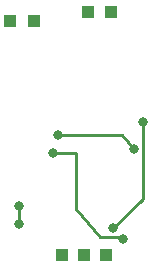
<source format=gbl>
G04 #@! TF.GenerationSoftware,KiCad,Pcbnew,5.0.0*
G04 #@! TF.CreationDate,2018-09-10T00:09:20+02:00*
G04 #@! TF.ProjectId,preamp,707265616D702E6B696361645F706362,rev?*
G04 #@! TF.SameCoordinates,Original*
G04 #@! TF.FileFunction,Copper,L2,Bot,Signal*
G04 #@! TF.FilePolarity,Positive*
%FSLAX46Y46*%
G04 Gerber Fmt 4.6, Leading zero omitted, Abs format (unit mm)*
G04 Created by KiCad (PCBNEW 5.0.0) date Mon Sep 10 00:09:20 2018*
%MOMM*%
%LPD*%
G01*
G04 APERTURE LIST*
G04 #@! TA.AperFunction,ComponentPad*
%ADD10R,1.000000X1.000000*%
G04 #@! TD*
G04 #@! TA.AperFunction,ViaPad*
%ADD11C,0.800000*%
G04 #@! TD*
G04 #@! TA.AperFunction,Conductor*
%ADD12C,0.250000*%
G04 #@! TD*
G04 APERTURE END LIST*
D10*
G04 #@! TO.P,J1,1*
G04 #@! TO.N,/IN+*
X96266000Y-90246200D03*
G04 #@! TD*
G04 #@! TO.P,J2,1*
G04 #@! TO.N,VGND*
X94234000Y-90246200D03*
G04 #@! TD*
G04 #@! TO.P,J3,1*
G04 #@! TO.N,+BATT*
X100838000Y-89484200D03*
G04 #@! TD*
G04 #@! TO.P,J4,1*
G04 #@! TO.N,-BATT*
X102819200Y-89484200D03*
G04 #@! TD*
G04 #@! TO.P,J5,1*
G04 #@! TO.N,/OUT+*
X98679000Y-110045500D03*
G04 #@! TD*
G04 #@! TO.P,J6,1*
G04 #@! TO.N,/OUT-*
X102362000Y-110045500D03*
G04 #@! TD*
G04 #@! TO.P,J7,1*
G04 #@! TO.N,VGND*
X100520500Y-110045500D03*
G04 #@! TD*
D11*
G04 #@! TO.N,+BATT*
X104775000Y-101092000D03*
X98361500Y-99885500D03*
G04 #@! TO.N,VGND*
X102997000Y-107823000D03*
X105500001Y-98842999D03*
G04 #@! TO.N,Net-(C7-Pad2)*
X95059500Y-105891500D03*
X95059500Y-107442000D03*
G04 #@! TO.N,/BUF+*
X103822500Y-108712000D03*
X97917000Y-101473000D03*
G04 #@! TD*
D12*
G04 #@! TO.N,+BATT*
X103759000Y-99885500D02*
X104775000Y-101092000D01*
X98361500Y-99885500D02*
X103759000Y-99885500D01*
G04 #@! TO.N,VGND*
X105500001Y-105319999D02*
X105500001Y-98842999D01*
X102997000Y-107823000D02*
X105500001Y-105319999D01*
G04 #@! TO.N,Net-(C7-Pad2)*
X95059500Y-105891500D02*
X95059500Y-106457185D01*
X95059500Y-106457185D02*
X95059500Y-107442000D01*
G04 #@! TO.N,/BUF+*
X99822000Y-101473000D02*
X97917000Y-101473000D01*
X101854000Y-108585000D02*
X99822000Y-106172000D01*
X99822000Y-106172000D02*
X99822000Y-101473000D01*
X103759000Y-108585000D02*
X101854000Y-108585000D01*
G04 #@! TD*
M02*

</source>
